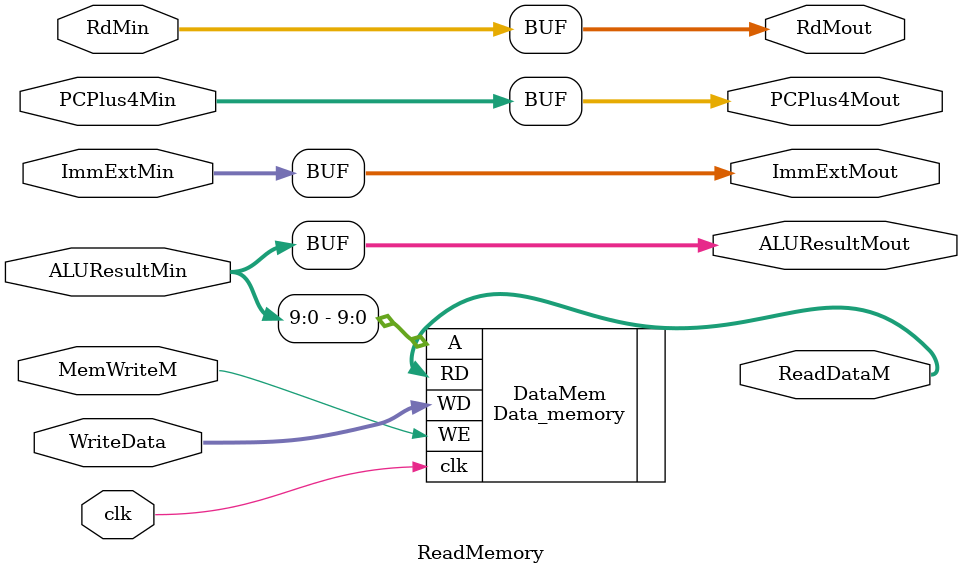
<source format=v>
`timescale 1ns / 1ps

module ReadMemory(
    // Datapath
    input clk,
    input [31:0] ALUResultMin, WriteData, ImmExtMin,
    input [4:0] RdMin,
    input [9:0] PCPlus4Min,
    output [31:0] ALUResultMout, ReadDataM, ImmExtMout,
    output [4:0] RdMout,
    output [9:0] PCPlus4Mout,
    
    // Control Unit
    input MemWriteM
    );
    
    assign ALUResultMout = ALUResultMin;
    
    Data_memory DataMem(
        .clk(clk),           
        .WE(MemWriteM),            
        .A(ALUResultMin[9:0]),  
        .WD(WriteData), 
        .RD(ReadDataM)
    );
    //module PeriphSystem(
    //    .clk(clk),
    //    .WE(MemWriteM),                    // Write Enable desde CPU
    //    .Address(ALUResultMin[10:0]),      // Dirección completa
    //    .WriteData(WriteData),             // Dato de escritura
    //    .ReadData(ReadDataM)               // Dato leído
    //);                                 
                                         
    assign RdMout = RdMin;               
    
    assign ImmExtMout = ImmExtMin;
    
    assign PCPlus4Mout = PCPlus4Min;
    
endmodule

</source>
